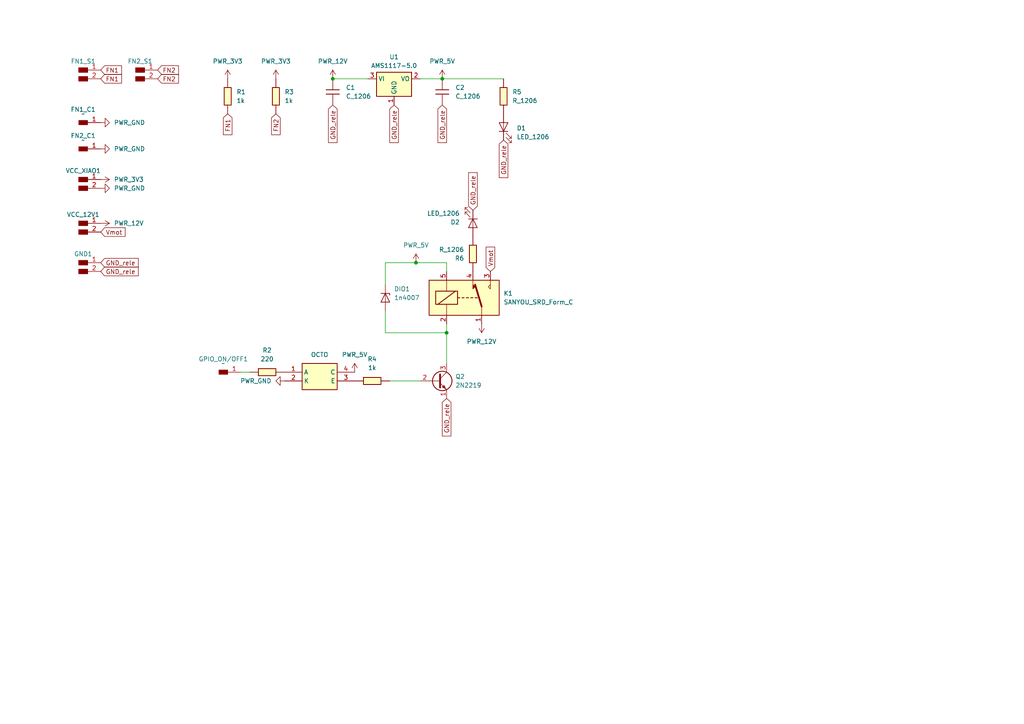
<source format=kicad_sch>
(kicad_sch (version 20250114) (generator "eeschema") (generator_version "9.0")
  (paper "A4")
  (lib_symbols
    (symbol "Regulator_Linear:AMS1117-5.0"
      (property "Reference" "U" (at -3.81 3.175 0))
      (property "Value" "AMS1117-5.0" (at 0 3.175 0))
      (symbol "AMS1117-5.0_0_1"
        (rectangle (start -5.08 -5.08) (end 5.08 1.905) (stroke (width 0.254)) (fill (type background)))
      )
      (symbol "AMS1117-5.0_1_1"
        (pin power_in line (at -7.62 0 0) (length 2.54) (name "VI") (number "3"))
        (pin power_in line (at 0 -7.62 90) (length 2.54) (name "GND") (number "1"))
        (pin power_out line (at 7.62 0 180) (length 2.54) (name "VO") (number "2"))
      )
    )
    (symbol "Relay:SANYOU_SRD_Form_C"
      (property "Reference" "K" (at 11.43 3.81 0))
      (property "Value" "SANYOU_SRD_Form_C" (at 11.43 1.27 0))
      (symbol "SANYOU_SRD_Form_C_0_0"
        (polyline (pts (xy 7.62 5.08) (xy 7.62 2.54) (xy 6.985 3.175) (xy 7.62 3.81)))
      )
      (symbol "SANYOU_SRD_Form_C_0_1"
        (rectangle (start -10.16 5.08) (end 10.16 -5.08) (stroke (width 0.254)) (fill (type background)))
        (rectangle (start -8.255 1.905) (end -1.905 -1.905) (stroke (width 0.254)))
        (polyline (pts (xy -7.62 -1.905) (xy -2.54 1.905)) (stroke (width 0.254)))
        (polyline (pts (xy -5.08 5.08) (xy -5.08 1.905)))
        (polyline (pts (xy -5.08 -5.08) (xy -5.08 -1.905)))
        (polyline (pts (xy -1.905 0) (xy -1.27 0)) (stroke (width 0.254)))
        (polyline (pts (xy -0.635 0) (xy 0 0)) (stroke (width 0.254)))
        (polyline (pts (xy 0.635 0) (xy 1.27 0)) (stroke (width 0.254)))
        (polyline (pts (xy 1.905 0) (xy 2.54 0)) (stroke (width 0.254)))
        (polyline (pts (xy 3.175 0) (xy 3.81 0)) (stroke (width 0.254)))
        (polyline (pts (xy 5.08 -2.54) (xy 3.175 3.81)) (stroke (width 0.508)))
        (polyline (pts (xy 5.08 -2.54) (xy 5.08 -5.08)))
      )
      (symbol "SANYOU_SRD_Form_C_1_1"
        (polyline (pts (xy 2.54 3.81) (xy 3.175 3.175) (xy 2.54 2.54) (xy 2.54 5.08)) (fill (type outline)))
        (pin passive line (at -5.08 7.62 270) (length 2.54) (name "~") (number "5"))
        (pin passive line (at -5.08 -7.62 90) (length 2.54) (name "~") (number "2"))
        (pin passive line (at 2.54 7.62 270) (length 2.54) (name "~") (number "4"))
        (pin passive line (at 5.08 -7.62 90) (length 2.54) (name "~") (number "1"))
        (pin passive line (at 7.62 7.62 270) (length 2.54) (name "~") (number "3"))
      )
    )
    (symbol "Transistor_BJT:2N2219" (pin_names (offset 0) (hide yes))
      (property "Reference" "Q" (at 5.08 1.905 0))
      (property "Value" "2N2219" (at 5.08 0 0))
      (symbol "2N2219_0_1"
        (polyline (pts (xy -2.54 0) (xy 0.635 0)))
        (polyline (pts (xy 0.635 1.905) (xy 0.635 -1.905)) (stroke (width 0.508)))
        (circle (center 1.27 0) (radius 2.8194) (stroke (width 0.254)))
      )
      (symbol "2N2219_1_1"
        (polyline (pts (xy 0.635 0.635) (xy 2.54 2.54)))
        (polyline (pts (xy 0.635 -0.635) (xy 2.54 -2.54)))
        (polyline (pts (xy 1.27 -1.778) (xy 1.778 -1.27) (xy 2.286 -2.286) (xy 1.27 -1.778)) (fill (type outline)))
        (pin input line (at -5.08 0 0) (length 2.54) (name "B") (number "2"))
        (pin passive line (at 2.54 5.08 270) (length 2.54) (name "C") (number "3"))
        (pin passive line (at 2.54 -5.08 90) (length 2.54) (name "E") (number "1"))
      )
    )
    (symbol "fab:C_1206" (pin_numbers (hide yes))
      (property "Reference" "C" (at 0.635 2.54 0))
      (property "Value" "C_1206" (at 0.635 -2.54 0))
      (symbol "C_1206_1_1"
        (polyline (pts (xy -1.905 0.635) (xy 1.905 0.635)) (stroke (width 0.25)))
        (polyline (pts (xy -1.905 -0.635) (xy 1.905 -0.635)) (stroke (width 0.25)))
        (pin passive line (at 0 3.81 270) (length 3.175) (name "~") (number "1"))
        (pin passive line (at 0 -3.81 90) (length 3.175) (name "~") (number "2"))
      )
    )
    (symbol "fab:Conn_PinHeader_1x01_P2.54mm_Vertical_THT_D1.4mm" (pin_names (offset 1.016) (hide yes))
      (property "Reference" "J" (at 0 2.54 0))
      (property "Value" "Conn_PinHeader_1x01_P2.54mm_Vertical_THT_D1.4mm" (at 0 -2.54 0))
      (symbol "Conn_PinHeader_1x01_P2.54mm_Vertical_THT_D1.4mm_1_1"
        (rectangle (start -1.27 0.635) (end 1.27 -0.635) (stroke (width 0.1524)) (fill (type outline)))
        (pin passive line (at 5.08 0 180) (length 3.81) (name "Pin_1") (number "1"))
      )
    )
    (symbol "fab:Conn_PinHeader_1x02_P2.54mm_Vertical_THT_D1.4mm" (pin_names (hide yes))
      (property "Reference" "J" (at 0 2.54 0))
      (property "Value" "Conn_PinHeader_1x02_P2.54mm_Vertical_THT_D1.4mm" (at 0 -5.08 0))
      (symbol "Conn_PinHeader_1x02_P2.54mm_Vertical_THT_D1.4mm_1_1"
        (rectangle (start -1.27 0.635) (end 1.27 -0.635) (stroke (width 0.254)) (fill (type outline)))
        (rectangle (start -1.27 -1.905) (end 1.27 -3.175) (stroke (width 0.254)) (fill (type outline)))
        (pin passive line (at 5.08 0 180) (length 3.81) (name "Pin_1") (number "1"))
        (pin passive line (at 5.08 -2.54 180) (length 3.81) (name "Pin_2") (number "2"))
      )
    )
    (symbol "fab:Diode_Zener_SOD123" (pin_numbers (hide yes)) (pin_names (hide yes))
      (property "Reference" "Z" (at 0 2.54 0))
      (property "Value" "Diode_Zener_SOD123" (at 0 -2.54 0))
      (symbol "Diode_Zener_SOD123_0_1"
        (polyline (pts (xy -1.27 -1.27) (xy -1.27 1.27) (xy -0.762 1.27)) (stroke (width 0.2032)))
        (polyline (pts (xy 1.27 0) (xy -1.27 0)))
        (polyline (pts (xy 1.27 -1.27) (xy 1.27 1.27) (xy -1.27 0) (xy 1.27 -1.27)) (stroke (width 0.2032)))
      )
      (symbol "Diode_Zener_SOD123_1_1"
        (pin passive line (at -3.81 0 0) (length 2.54) (name "K") (number "1"))
        (pin passive line (at 3.81 0 180) (length 2.54) (name "A") (number "2"))
      )
    )
    (symbol "fab:LED_1206" (pin_numbers (hide yes)) (pin_names (offset 1.016) (hide yes))
      (property "Reference" "D" (at 0 2.54 0))
      (property "Value" "LED_1206" (at 0 -2.54 0))
      (symbol "LED_1206_0_1"
        (polyline (pts (xy -3.048 -0.762) (xy -4.572 -2.286) (xy -3.81 -2.286) (xy -4.572 -2.286) (xy -4.572 -1.524)))
        (polyline (pts (xy -1.778 -0.762) (xy -3.302 -2.286) (xy -2.54 -2.286) (xy -3.302 -2.286) (xy -3.302 -1.524)))
        (polyline (pts (xy -1.27 0) (xy 1.27 0)))
        (polyline (pts (xy -1.27 -1.27) (xy -1.27 1.27)) (stroke (width 0.2032)))
        (polyline (pts (xy 1.27 -1.27) (xy 1.27 1.27) (xy -1.27 0) (xy 1.27 -1.27)) (stroke (width 0.2032)))
      )
      (symbol "LED_1206_1_1"
        (pin passive line (at -3.81 0 0) (length 2.54) (name "K") (number "1"))
        (pin passive line (at 3.81 0 180) (length 2.54) (name "A") (number "2"))
      )
    )
    (symbol "fab:PWR_12V" (power) (pin_names (offset 0))
      (property "Value" "PWR_12V" (at 0 3.556 0))
      (symbol "PWR_12V_0_1"
        (polyline (pts (xy -0.762 1.27) (xy 0 2.54)))
        (polyline (pts (xy 0 2.54) (xy 0.762 1.27)))
        (polyline (pts (xy 0 0) (xy 0 2.54)))
      )
      (symbol "PWR_12V_1_1"
        (pin power_in line (at 0 0 90) (length 0) (hide yes) (name "PWR_12V") (number "1"))
      )
    )
    (symbol "fab:PWR_3V3" (power) (pin_names (offset 0))
      (property "Value" "PWR_3V3" (at 0 3.556 0))
      (symbol "PWR_3V3_0_1"
        (polyline (pts (xy -0.762 1.27) (xy 0 2.54)))
        (polyline (pts (xy 0 2.54) (xy 0.762 1.27)))
        (polyline (pts (xy 0 0) (xy 0 2.54)))
      )
      (symbol "PWR_3V3_1_1"
        (pin power_in line (at 0 0 90) (length 0) (hide yes) (name "PWR_3V3") (number "1"))
      )
    )
    (symbol "fab:PWR_5V" (power) (pin_names (offset 0))
      (property "Value" "PWR_5V" (at 0 3.556 0))
      (symbol "PWR_5V_0_1"
        (polyline (pts (xy -0.762 1.27) (xy 0 2.54)))
        (polyline (pts (xy 0 2.54) (xy 0.762 1.27)))
        (polyline (pts (xy 0 0) (xy 0 2.54)))
      )
      (symbol "PWR_5V_1_1"
        (pin power_in line (at 0 0 90) (length 0) (hide yes) (name "PWR_5V") (number "1"))
      )
    )
    (symbol "fab:PWR_GND" (power) (pin_names (offset 0))
      (property "Value" "PWR_GND" (at 0 -3.81 0))
      (symbol "PWR_GND_0_1"
        (polyline (pts (xy 0 0) (xy 0 -1.27) (xy 1.27 -1.27) (xy 0 -2.54) (xy -1.27 -1.27) (xy 0 -1.27)))
      )
      (symbol "PWR_GND_1_1"
        (pin power_in line (at 0 0 270) (length 0) (hide yes) (name "PWR_GND") (number "1"))
      )
    )
    (symbol "fab:R_1206" (pin_numbers (hide yes)) (pin_names (offset 0))
      (property "Reference" "R" (at 2.54 0 90))
      (property "Value" "R_1206" (at -2.54 0 90))
      (symbol "R_1206_0_1"
        (rectangle (start -1.016 -2.54) (end 1.016 2.54) (stroke (width 0.254)) (fill (type background)))
      )
      (symbol "R_1206_1_1"
        (pin passive line (at 0 5.08 270) (length 2.54) (name "~") (number "1"))
        (pin passive line (at 0 -5.08 90) (length 2.54) (name "~") (number "2"))
      )
    )
    (symbol "octo:PC817XNNIP1B"
      (property "Reference" "Q" (at 16.51 7.62 0))
      (property "Value" "PC817XNNIP1B" (at 16.51 5.08 0))
      (symbol "PC817XNNIP1B_1_1"
        (rectangle (start 5.08 2.54) (end 15.24 -5.08) (stroke (width 0.254)) (fill (type background)))
        (pin passive line (at 0 0 0) (length 5.08) (name "A") (number "1"))
        (pin passive line (at 0 -2.54 0) (length 5.08) (name "K") (number "2"))
        (pin passive line (at 20.32 0 180) (length 5.08) (name "C") (number "4"))
        (pin passive line (at 20.32 -2.54 180) (length 5.08) (name "E") (number "3"))
      )
    )
  )
  (junction (at 129.54 96.52))
  (junction (at 96.52 22.86))
  (junction (at 120.65 76.2))
  (junction (at 128.27 22.86))
  (wire (pts (xy 129.54 96.52) (xy 111.76 96.52)))
  (wire (pts (xy 113.03 110.49) (xy 121.92 110.49)))
  (wire (pts (xy 111.76 76.2) (xy 120.65 76.2)))
  (wire (pts (xy 121.92 22.86) (xy 128.27 22.86)))
  (wire (pts (xy 129.54 78.74) (xy 129.54 76.2)))
  (wire (pts (xy 96.52 22.86) (xy 106.68 22.86)))
  (wire (pts (xy 129.54 76.2) (xy 120.65 76.2)))
  (wire (pts (xy 129.54 105.41) (xy 129.54 96.52)))
  (wire (pts (xy 111.76 96.52) (xy 111.76 90.17)))
  (wire (pts (xy 129.54 93.98) (xy 129.54 96.52)))
  (wire (pts (xy 128.27 22.86) (xy 146.05 22.86)))
  (wire (pts (xy 72.39 107.95) (xy 69.85 107.95)))
  (wire (pts (xy 111.76 82.55) (xy 111.76 76.2)))
  (global_label "FN1" (shape input) (at 29.21 20.32 0) (property "Intersheetrefs" "${INTERSHEET_REFS}" (effects (hide yes))))
  (global_label "FN1" (shape input) (at 66.04 33.02 270) (property "Intersheetrefs" "${INTERSHEET_REFS}" (effects (hide yes))))
  (global_label "GND_rele" (shape input) (at 129.54 115.57 270) (property "Intersheetrefs" "${INTERSHEET_REFS}" (effects (hide yes))))
  (global_label "FN2" (shape input) (at 45.72 20.32 0) (property "Intersheetrefs" "${INTERSHEET_REFS}" (effects (hide yes))))
  (global_label "GND_rele" (shape input) (at 128.27 30.48 270) (property "Intersheetrefs" "${INTERSHEET_REFS}" (effects (hide yes))))
  (global_label "GND_rele" (shape input) (at 137.16 60.96 90) (property "Intersheetrefs" "${INTERSHEET_REFS}" (effects (hide yes))))
  (global_label "FN2" (shape input) (at 45.72 22.86 0) (property "Intersheetrefs" "${INTERSHEET_REFS}" (effects (hide yes))))
  (global_label "GND_rele" (shape input) (at 146.05 40.64 270) (property "Intersheetrefs" "${INTERSHEET_REFS}" (effects (hide yes))))
  (global_label "GND_rele" (shape input) (at 29.21 76.2 0) (property "Intersheetrefs" "${INTERSHEET_REFS}" (effects (hide yes))))
  (global_label "FN2" (shape input) (at 80.01 33.02 270) (property "Intersheetrefs" "${INTERSHEET_REFS}" (effects (hide yes))))
  (global_label "Vmot" (shape input) (at 29.21 67.31 0) (property "Intersheetrefs" "${INTERSHEET_REFS}" (effects (hide yes))))
  (global_label "Vmot" (shape input) (at 142.24 78.74 90) (property "Intersheetrefs" "${INTERSHEET_REFS}" (effects (hide yes))))
  (global_label "FN1" (shape input) (at 29.21 22.86 0) (property "Intersheetrefs" "${INTERSHEET_REFS}" (effects (hide yes))))
  (global_label "GND_rele" (shape input) (at 29.21 78.74 0) (property "Intersheetrefs" "${INTERSHEET_REFS}" (effects (hide yes))))
  (global_label "GND_rele" (shape input) (at 96.52 30.48 270) (property "Intersheetrefs" "${INTERSHEET_REFS}" (effects (hide yes))))
  (global_label "GND_rele" (shape input) (at 114.3 30.48 270) (property "Intersheetrefs" "${INTERSHEET_REFS}" (effects (hide yes))))
  (symbol (lib_id "fab:PWR_12V") (at 29.21 64.77 270) (unit 1)
    (property "Reference" "#PWR05" (effects (hide yes)))
    (property "Value" "PWR_12V" (at 33.02 64.7699 90) (effects (justify left)))
    (property "Description" "Power symbol creates a global label with name \"+12V\"" (effects (hide yes)))
  )
  (symbol (lib_id "fab:PWR_GND") (at 29.21 35.56 90) (unit 1)
    (property "Reference" "#PWR01" (effects (hide yes)))
    (property "Value" "PWR_GND" (at 33.02 35.5599 90) (effects (justify right)))
    (property "Description" "Power symbol creates a global label with name \"GND\" , ground" (effects (hide yes)))
  )
  (symbol (lib_id "fab:R_1206") (at 137.16 73.66 180) (unit 1)
    (property "Reference" "R6" (at 134.62 74.9301 0) (effects (justify left)))
    (property "Value" "R_1206" (at 134.62 72.3901 0) (effects (justify left)))
    (property "Footprint" "fab:R_1206" (effects (hide yes)))
    (property "Description" "Resistor" (effects (hide yes)))
  )
  (symbol (lib_id "fab:R_1206") (at 77.47 107.95 90) (unit 1)
    (property "Reference" "R2" (at 77.47 101.6 90))
    (property "Value" "220" (at 77.47 104.14 90))
    (property "Footprint" "fab:R_1206" (effects (hide yes)))
    (property "Description" "Resistor" (effects (hide yes)))
  )
  (symbol (lib_id "octo:PC817XNNIP1B") (at 82.55 107.95 0) (unit 1)
    (property "Reference" "Q1" (effects (hide yes)))
    (property "Value" "OCTO" (at 92.71 102.87 0))
    (property "Footprint" "SOP254P960X420-4N" (effects (hide yes)))
    (property "Description" "Transistor Output Optocouplers Photocoupler" (effects (hide yes)))
    (property "Height" "4.2" (effects (hide yes)))
    (property "Mouser Part Number" "852-PC817XNNIP1B" (effects (hide yes)))
    (property "Mouser Price/Stock" "https://www.mouser.co.uk/ProductDetail/Sharp-Microelectronics/PC817XNNIP1B?qs=rrS6PyfT74dJvnx7366b6Q%3D%3D" (effects (hide yes)))
    (property "Manufacturer_Name" "Sharp Microelectronics" (effects (hide yes)))
    (property "Manufacturer_Part_Number" "PC817XNNIP1B" (effects (hide yes)))
  )
  (symbol (lib_id "fab:Conn_PinHeader_1x01_P2.54mm_Vertical_THT_D1.4mm") (at 64.77 107.95 0) (unit 1)
    (property "Reference" "GPIO_ON/OFF1" (at 64.77 104.14 0))
    (property "Value" "~" (at 64.77 105.41 0))
    (property "Footprint" "fab:PinHeader_1x01_P2.54mm_Vertical_THT_D1.4mm" (effects (hide yes)))
    (property "Description" "Connector pin header 2.54mm pitch vertical tht" (effects (hide yes)))
  )
  (symbol (lib_id "fab:PWR_GND") (at 29.21 54.61 90) (unit 1)
    (property "Reference" "#PWR04" (effects (hide yes)))
    (property "Value" "PWR_GND" (at 33.02 54.6099 90) (effects (justify right)))
    (property "Description" "Power symbol creates a global label with name \"GND\" , ground" (effects (hide yes)))
  )
  (symbol (lib_id "fab:PWR_12V") (at 96.52 22.86 0) (unit 1)
    (property "Reference" "#PWR09" (effects (hide yes)))
    (property "Value" "PWR_12V" (at 96.52 17.78 0))
    (property "Description" "Power symbol creates a global label with name \"+12V\"" (effects (hide yes)))
  )
  (symbol (lib_id "fab:PWR_5V") (at 128.27 22.86 0) (unit 1)
    (property "Reference" "#PWR012" (effects (hide yes)))
    (property "Value" "PWR_5V" (at 128.27 17.78 0))
    (property "Description" "Power symbol creates a global label with name \"+5V\"" (effects (hide yes)))
  )
  (symbol (lib_id "fab:PWR_GND") (at 82.55 110.49 270) (unit 1)
    (property "Reference" "#PWR08" (effects (hide yes)))
    (property "Value" "PWR_GND" (at 78.74 110.4899 90) (effects (justify right)))
    (property "Description" "Power symbol creates a global label with name \"GND\" , ground" (effects (hide yes)))
  )
  (symbol (lib_id "fab:PWR_5V") (at 102.87 107.95 0) (unit 1)
    (property "Reference" "#PWR010" (effects (hide yes)))
    (property "Value" "PWR_5V" (at 102.87 102.87 0))
    (property "Description" "Power symbol creates a global label with name \"+5V\"" (effects (hide yes)))
  )
  (symbol (lib_id "fab:Conn_PinHeader_1x02_P2.54mm_Vertical_THT_D1.4mm") (at 24.13 64.77 0) (unit 1)
    (property "Reference" "VCC_12V1" (at 24.13 62.23 0))
    (property "Value" "Conn_PinHeader_1x02_P2.54mm_Vertical_THT_D1.4mm" (effects (hide yes)))
    (property "Footprint" "fab:PinHeader_1x02_P2.54mm_Vertical_THT_D1.4mm" (effects (hide yes)))
    (property "Description" "Male connector, single row" (effects (hide yes)))
  )
  (symbol (lib_id "fab:C_1206") (at 128.27 26.67 0) (unit 1)
    (property "Reference" "C2" (at 132.08 25.3999 0) (effects (justify left)))
    (property "Value" "C_1206" (at 132.08 27.9399 0) (effects (justify left)))
    (property "Footprint" "fab:C_1206" (effects (hide yes)))
    (property "Datasheet" "https://www.yageo.com/upload/media/product/productsearch/datasheet/mlcc/UPY-GP_NP0_16V-to-50V_18.pdf" (effects (hide yes)))
    (property "Description" "Unpolarized capacitor, SMD, 1206" (effects (hide yes)))
  )
  (symbol (lib_id "fab:Conn_PinHeader_1x02_P2.54mm_Vertical_THT_D1.4mm") (at 24.13 76.2 0) (unit 1)
    (property "Reference" "GND1" (at 24.13 73.66 0))
    (property "Value" "Conn_PinHeader_1x02_P2.54mm_Vertical_THT_D1.4mm" (effects (hide yes)))
    (property "Footprint" "fab:PinHeader_1x02_P2.54mm_Vertical_THT_D1.4mm" (effects (hide yes)))
    (property "Description" "Male connector, single row" (effects (hide yes)))
  )
  (symbol (lib_id "fab:R_1206") (at 80.01 27.94 0) (unit 1)
    (property "Reference" "R3" (at 82.55 26.6699 0) (effects (justify left)))
    (property "Value" "1k" (at 82.55 29.2099 0) (effects (justify left)))
    (property "Footprint" "fab:R_1206" (effects (hide yes)))
    (property "Description" "Resistor" (effects (hide yes)))
  )
  (symbol (lib_id "fab:PWR_5V") (at 120.65 76.2 0) (unit 1)
    (property "Reference" "#PWR011" (effects (hide yes)))
    (property "Value" "PWR_5V" (at 120.65 71.12 0))
    (property "Description" "Power symbol creates a global label with name \"+5V\"" (effects (hide yes)))
  )
  (symbol (lib_id "fab:Conn_PinHeader_1x02_P2.54mm_Vertical_THT_D1.4mm") (at 24.13 20.32 0) (unit 1)
    (property "Reference" "FN1_S1" (at 24.13 17.78 0))
    (property "Value" "Conn_PinHeader_1x02_P2.54mm_Vertical_THT_D1.4mm" (effects (hide yes)))
    (property "Footprint" "fab:PinHeader_1x02_P2.54mm_Vertical_THT_D1.4mm" (effects (hide yes)))
    (property "Description" "Male connector, single row" (effects (hide yes)))
  )
  (symbol (lib_id "fab:PWR_12V") (at 139.7 93.98 180) (unit 1)
    (property "Reference" "#PWR013" (effects (hide yes)))
    (property "Value" "PWR_12V" (at 139.7 99.06 0))
    (property "Description" "Power symbol creates a global label with name \"+12V\"" (effects (hide yes)))
  )
  (symbol (lib_id "fab:PWR_3V3") (at 80.01 22.86 0) (unit 1)
    (property "Reference" "#PWR07" (effects (hide yes)))
    (property "Value" "PWR_3V3" (at 80.01 17.78 0))
    (property "Description" "Power symbol creates a global label with name \"+3V3\"" (effects (hide yes)))
  )
  (symbol (lib_id "fab:Conn_PinHeader_1x01_P2.54mm_Vertical_THT_D1.4mm") (at 24.13 43.18 0) (unit 1)
    (property "Reference" "FN2_C1" (at 24.13 39.37 0))
    (property "Value" "~" (at 24.13 40.64 0))
    (property "Footprint" "fab:PinHeader_1x01_P2.54mm_Vertical_THT_D1.4mm" (effects (hide yes)))
    (property "Description" "Connector pin header 2.54mm pitch vertical tht" (effects (hide yes)))
  )
  (symbol (lib_id "fab:Diode_Zener_SOD123") (at 111.76 86.36 270) (unit 1)
    (property "Reference" "DIO1" (at 114.3 83.8199 90) (effects (justify left)))
    (property "Value" "1n4007" (at 114.3 86.3599 90) (effects (justify left)))
    (property "Footprint" "fab:SOD-123" (effects (hide yes)))
    (property "Datasheet" "https://www.diodes.com/assets/Datasheets/ds18004.pdf" (effects (hide yes)))
    (property "Description" "Zener diode, surface mount, SOD-123 footprint" (effects (hide yes)))
  )
  (symbol (lib_id "fab:R_1206") (at 146.05 27.94 0) (unit 1)
    (property "Reference" "R5" (at 148.59 26.6699 0) (effects (justify left)))
    (property "Value" "R_1206" (at 148.59 29.2099 0) (effects (justify left)))
    (property "Footprint" "fab:R_1206" (effects (hide yes)))
    (property "Description" "Resistor" (effects (hide yes)))
  )
  (symbol (lib_id "Relay:SANYOU_SRD_Form_C") (at 134.62 86.36 0) (unit 1)
    (property "Reference" "K1" (at 146.05 85.0899 0) (effects (justify left)))
    (property "Value" "SANYOU_SRD_Form_C" (at 146.05 87.6299 0) (effects (justify left)))
    (property "Footprint" "Relay_THT:Relay_SPDT_SANYOU_SRD_Series_Form_C" (effects (hide yes)))
    (property "Datasheet" "http://www.sanyourelay.ca/public/products/pdf/SRD.pdf" (effects (hide yes)))
    (property "Description" "Sanyo SRD relay, Single Pole Miniature Power Relay," (effects (hide yes)))
  )
  (symbol (lib_id "fab:PWR_GND") (at 29.21 43.18 90) (unit 1)
    (property "Reference" "#PWR02" (effects (hide yes)))
    (property "Value" "PWR_GND" (at 33.02 43.1799 90) (effects (justify right)))
    (property "Description" "Power symbol creates a global label with name \"GND\" , ground" (effects (hide yes)))
  )
  (symbol (lib_id "fab:C_1206") (at 96.52 26.67 0) (unit 1)
    (property "Reference" "C1" (at 100.33 25.3999 0) (effects (justify left)))
    (property "Value" "C_1206" (at 100.33 27.9399 0) (effects (justify left)))
    (property "Footprint" "fab:C_1206" (effects (hide yes)))
    (property "Datasheet" "https://www.yageo.com/upload/media/product/productsearch/datasheet/mlcc/UPY-GP_NP0_16V-to-50V_18.pdf" (effects (hide yes)))
    (property "Description" "Unpolarized capacitor, SMD, 1206" (effects (hide yes)))
  )
  (symbol (lib_id "fab:LED_1206") (at 137.16 64.77 270) (unit 1)
    (property "Reference" "D2" (at 133.35 64.4399 90) (effects (justify right)))
    (property "Value" "LED_1206" (at 133.35 61.8999 90) (effects (justify right)))
    (property "Footprint" "fab:LED_1206" (effects (hide yes)))
    (property "Datasheet" "https://optoelectronics.liteon.com/upload/download/DS-22-98-0002/LTST-C150CKT.pdf" (effects (hide yes)))
    (property "Description" "Light emitting diode, Lite-On Inc. LTST, SMD" (effects (hide yes)))
  )
  (symbol (lib_id "fab:LED_1206") (at 146.05 36.83 90) (unit 1)
    (property "Reference" "D1" (at 149.86 37.1601 90) (effects (justify right)))
    (property "Value" "LED_1206" (at 149.86 39.7001 90) (effects (justify right)))
    (property "Footprint" "fab:LED_1206" (effects (hide yes)))
    (property "Datasheet" "https://optoelectronics.liteon.com/upload/download/DS-22-98-0002/LTST-C150CKT.pdf" (effects (hide yes)))
    (property "Description" "Light emitting diode, Lite-On Inc. LTST, SMD" (effects (hide yes)))
  )
  (symbol (lib_id "Transistor_BJT:2N2219") (at 127 110.49 0) (unit 1)
    (property "Reference" "Q2" (at 132.08 109.2199 0) (effects (justify left)))
    (property "Value" "2N2219" (at 132.08 111.7599 0) (effects (justify left)))
    (property "Footprint" "Package_TO_SOT_THT:TO-39-3" (effects (hide yes)))
    (property "Datasheet" "http://www.onsemi.com/pub_link/Collateral/2N2219-D.PDF" (effects (hide yes)))
    (property "Description" "800mA Ic, 50V Vce, NPN Transistor, TO-39" (effects (hide yes)))
  )
  (symbol (lib_id "fab:R_1206") (at 107.95 110.49 90) (unit 1)
    (property "Reference" "R4" (at 107.95 104.14 90))
    (property "Value" "1k" (at 107.95 106.68 90))
    (property "Footprint" "fab:R_1206" (effects (hide yes)))
    (property "Description" "Resistor" (effects (hide yes)))
  )
  (symbol (lib_id "fab:Conn_PinHeader_1x02_P2.54mm_Vertical_THT_D1.4mm") (at 40.64 20.32 0) (unit 1)
    (property "Reference" "FN2_S1" (at 40.64 17.78 0))
    (property "Value" "Conn_PinHeader_1x02_P2.54mm_Vertical_THT_D1.4mm" (effects (hide yes)))
    (property "Footprint" "fab:PinHeader_1x02_P2.54mm_Vertical_THT_D1.4mm" (effects (hide yes)))
    (property "Description" "Male connector, single row" (effects (hide yes)))
  )
  (symbol (lib_id "fab:PWR_3V3") (at 66.04 22.86 0) (unit 1)
    (property "Reference" "#PWR06" (effects (hide yes)))
    (property "Value" "PWR_3V3" (at 66.04 17.78 0))
    (property "Description" "Power symbol creates a global label with name \"+3V3\"" (effects (hide yes)))
  )
  (symbol (lib_id "Regulator_Linear:AMS1117-5.0") (at 114.3 22.86 0) (unit 1)
    (property "Reference" "U1" (at 114.3 16.51 0))
    (property "Value" "AMS1117-5.0" (at 114.3 19.05 0))
    (property "Footprint" "Package_TO_SOT_SMD:SOT-223-3_TabPin2" (effects (hide yes)))
    (property "Datasheet" "http://www.advanced-monolithic.com/pdf/ds1117.pdf" (effects (hide yes)))
    (property "Description" "1A Low Dropout regulator, positive, 5.0V fixed output, SOT-223" (effects (hide yes)))
  )
  (symbol (lib_id "fab:Conn_PinHeader_1x01_P2.54mm_Vertical_THT_D1.4mm") (at 24.13 35.56 0) (unit 1)
    (property "Reference" "FN1_C1" (at 24.13 31.75 0))
    (property "Value" "~" (at 24.13 33.02 0))
    (property "Footprint" "fab:PinHeader_1x01_P2.54mm_Vertical_THT_D1.4mm" (effects (hide yes)))
    (property "Description" "Connector pin header 2.54mm pitch vertical tht" (effects (hide yes)))
  )
  (symbol (lib_id "fab:PWR_3V3") (at 29.21 52.07 270) (unit 1)
    (property "Reference" "#PWR03" (effects (hide yes)))
    (property "Value" "PWR_3V3" (at 33.02 52.0699 90) (effects (justify left)))
    (property "Description" "Power symbol creates a global label with name \"+3V3\"" (effects (hide yes)))
  )
  (symbol (lib_id "fab:R_1206") (at 66.04 27.94 0) (unit 1)
    (property "Reference" "R1" (at 68.58 26.6699 0) (effects (justify left)))
    (property "Value" "1k" (at 68.58 29.2099 0) (effects (justify left)))
    (property "Footprint" "fab:R_1206" (effects (hide yes)))
    (property "Description" "Resistor" (effects (hide yes)))
  )
  (symbol (lib_id "fab:Conn_PinHeader_1x02_P2.54mm_Vertical_THT_D1.4mm") (at 24.13 52.07 0) (unit 1)
    (property "Reference" "VCC_XIAO1" (at 24.13 49.53 0))
    (property "Value" "Conn_PinHeader_1x02_P2.54mm_Vertical_THT_D1.4mm" (effects (hide yes)))
    (property "Footprint" "fab:PinHeader_1x02_P2.54mm_Vertical_THT_D1.4mm" (effects (hide yes)))
    (property "Description" "Male connector, single row" (effects (hide yes)))
  )
)
</source>
